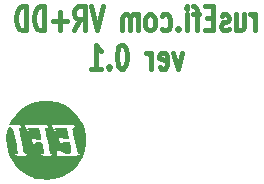
<source format=gbo>
G04 (created by PCBNEW (2013-07-07 BZR 4022)-stable) date 03/12/2013 21:27:05*
%MOIN*%
G04 Gerber Fmt 3.4, Leading zero omitted, Abs format*
%FSLAX34Y34*%
G01*
G70*
G90*
G04 APERTURE LIST*
%ADD10C,0.00590551*%
%ADD11C,0.015*%
%ADD12C,0.0001*%
G04 APERTURE END LIST*
G54D10*
G54D11*
X93471Y-22823D02*
X93471Y-22290D01*
X93471Y-22442D02*
X93442Y-22366D01*
X93414Y-22328D01*
X93357Y-22290D01*
X93299Y-22290D01*
X92842Y-22290D02*
X92842Y-22823D01*
X93099Y-22290D02*
X93099Y-22709D01*
X93071Y-22785D01*
X93014Y-22823D01*
X92928Y-22823D01*
X92871Y-22785D01*
X92842Y-22747D01*
X92585Y-22785D02*
X92528Y-22823D01*
X92414Y-22823D01*
X92357Y-22785D01*
X92328Y-22709D01*
X92328Y-22671D01*
X92357Y-22595D01*
X92414Y-22557D01*
X92499Y-22557D01*
X92557Y-22519D01*
X92585Y-22442D01*
X92585Y-22404D01*
X92557Y-22328D01*
X92499Y-22290D01*
X92414Y-22290D01*
X92357Y-22328D01*
X92071Y-22404D02*
X91871Y-22404D01*
X91785Y-22823D02*
X92071Y-22823D01*
X92071Y-22023D01*
X91785Y-22023D01*
X91614Y-22290D02*
X91385Y-22290D01*
X91528Y-22823D02*
X91528Y-22138D01*
X91499Y-22061D01*
X91442Y-22023D01*
X91385Y-22023D01*
X91185Y-22823D02*
X91185Y-22290D01*
X91185Y-22023D02*
X91214Y-22061D01*
X91185Y-22100D01*
X91157Y-22061D01*
X91185Y-22023D01*
X91185Y-22100D01*
X90900Y-22747D02*
X90871Y-22785D01*
X90900Y-22823D01*
X90928Y-22785D01*
X90900Y-22747D01*
X90900Y-22823D01*
X90357Y-22785D02*
X90414Y-22823D01*
X90528Y-22823D01*
X90585Y-22785D01*
X90614Y-22747D01*
X90642Y-22671D01*
X90642Y-22442D01*
X90614Y-22366D01*
X90585Y-22328D01*
X90528Y-22290D01*
X90414Y-22290D01*
X90357Y-22328D01*
X90014Y-22823D02*
X90071Y-22785D01*
X90100Y-22747D01*
X90128Y-22671D01*
X90128Y-22442D01*
X90100Y-22366D01*
X90071Y-22328D01*
X90014Y-22290D01*
X89928Y-22290D01*
X89871Y-22328D01*
X89842Y-22366D01*
X89814Y-22442D01*
X89814Y-22671D01*
X89842Y-22747D01*
X89871Y-22785D01*
X89928Y-22823D01*
X90014Y-22823D01*
X89557Y-22823D02*
X89557Y-22290D01*
X89557Y-22366D02*
X89528Y-22328D01*
X89471Y-22290D01*
X89385Y-22290D01*
X89328Y-22328D01*
X89300Y-22404D01*
X89300Y-22823D01*
X89300Y-22404D02*
X89271Y-22328D01*
X89214Y-22290D01*
X89128Y-22290D01*
X89071Y-22328D01*
X89042Y-22404D01*
X89042Y-22823D01*
X88385Y-22023D02*
X88185Y-22823D01*
X87985Y-22023D01*
X87442Y-22823D02*
X87642Y-22442D01*
X87785Y-22823D02*
X87785Y-22023D01*
X87557Y-22023D01*
X87500Y-22061D01*
X87471Y-22100D01*
X87442Y-22176D01*
X87442Y-22290D01*
X87471Y-22366D01*
X87500Y-22404D01*
X87557Y-22442D01*
X87785Y-22442D01*
X87185Y-22519D02*
X86728Y-22519D01*
X86957Y-22823D02*
X86957Y-22214D01*
X86442Y-22823D02*
X86442Y-22023D01*
X86300Y-22023D01*
X86214Y-22061D01*
X86157Y-22138D01*
X86128Y-22214D01*
X86100Y-22366D01*
X86100Y-22480D01*
X86128Y-22633D01*
X86157Y-22709D01*
X86214Y-22785D01*
X86300Y-22823D01*
X86442Y-22823D01*
X85842Y-22823D02*
X85842Y-22023D01*
X85700Y-22023D01*
X85614Y-22061D01*
X85557Y-22138D01*
X85528Y-22214D01*
X85500Y-22366D01*
X85500Y-22480D01*
X85528Y-22633D01*
X85557Y-22709D01*
X85614Y-22785D01*
X85700Y-22823D01*
X85842Y-22823D01*
X91028Y-23560D02*
X90885Y-24093D01*
X90742Y-23560D01*
X90285Y-24055D02*
X90342Y-24093D01*
X90457Y-24093D01*
X90514Y-24055D01*
X90542Y-23979D01*
X90542Y-23674D01*
X90514Y-23598D01*
X90457Y-23560D01*
X90342Y-23560D01*
X90285Y-23598D01*
X90257Y-23674D01*
X90257Y-23750D01*
X90542Y-23827D01*
X90000Y-24093D02*
X90000Y-23560D01*
X90000Y-23712D02*
X89971Y-23636D01*
X89942Y-23598D01*
X89885Y-23560D01*
X89828Y-23560D01*
X89057Y-23293D02*
X88999Y-23293D01*
X88942Y-23331D01*
X88914Y-23370D01*
X88885Y-23446D01*
X88857Y-23598D01*
X88857Y-23789D01*
X88885Y-23941D01*
X88914Y-24017D01*
X88942Y-24055D01*
X88999Y-24093D01*
X89057Y-24093D01*
X89114Y-24055D01*
X89142Y-24017D01*
X89171Y-23941D01*
X89199Y-23789D01*
X89199Y-23598D01*
X89171Y-23446D01*
X89142Y-23370D01*
X89114Y-23331D01*
X89057Y-23293D01*
X88599Y-24017D02*
X88571Y-24055D01*
X88599Y-24093D01*
X88628Y-24055D01*
X88599Y-24017D01*
X88599Y-24093D01*
X87999Y-24093D02*
X88342Y-24093D01*
X88171Y-24093D02*
X88171Y-23293D01*
X88228Y-23408D01*
X88285Y-23484D01*
X88342Y-23522D01*
G54D12*
G36*
X87817Y-26483D02*
X87815Y-26650D01*
X87809Y-26769D01*
X87794Y-26858D01*
X87769Y-26935D01*
X87729Y-27020D01*
X87724Y-27030D01*
X87650Y-27146D01*
X87650Y-26967D01*
X87601Y-26935D01*
X87586Y-26933D01*
X87558Y-26900D01*
X87524Y-26802D01*
X87485Y-26638D01*
X87469Y-26558D01*
X87438Y-26403D01*
X87411Y-26268D01*
X87390Y-26169D01*
X87379Y-26125D01*
X87385Y-26076D01*
X87414Y-26067D01*
X87460Y-26041D01*
X87467Y-26017D01*
X87456Y-25994D01*
X87418Y-25980D01*
X87342Y-25971D01*
X87218Y-25967D01*
X87089Y-25967D01*
X86711Y-25967D01*
X86726Y-26067D01*
X86749Y-26137D01*
X86785Y-26166D01*
X86786Y-26167D01*
X86816Y-26143D01*
X86812Y-26116D01*
X86812Y-26088D01*
X86850Y-26073D01*
X86936Y-26067D01*
X86991Y-26067D01*
X87189Y-26067D01*
X87222Y-26250D01*
X87255Y-26433D01*
X87127Y-26433D01*
X87046Y-26425D01*
X87002Y-26406D01*
X87000Y-26400D01*
X86973Y-26370D01*
X86954Y-26367D01*
X86925Y-26385D01*
X86926Y-26450D01*
X86930Y-26472D01*
X86955Y-26540D01*
X86989Y-26588D01*
X87020Y-26602D01*
X87033Y-26570D01*
X87033Y-26569D01*
X87063Y-26546D01*
X87136Y-26534D01*
X87164Y-26533D01*
X87295Y-26533D01*
X87318Y-26718D01*
X87328Y-26822D01*
X87328Y-26898D01*
X87323Y-26921D01*
X87275Y-26933D01*
X87193Y-26927D01*
X87099Y-26909D01*
X87017Y-26884D01*
X86970Y-26856D01*
X86967Y-26847D01*
X86940Y-26805D01*
X86917Y-26800D01*
X86877Y-26830D01*
X86867Y-26900D01*
X86867Y-27000D01*
X87268Y-27000D01*
X87453Y-26997D01*
X87579Y-26990D01*
X87643Y-26977D01*
X87650Y-26967D01*
X87650Y-27146D01*
X87554Y-27298D01*
X87349Y-27510D01*
X87110Y-27665D01*
X86902Y-27746D01*
X86733Y-27779D01*
X86733Y-26967D01*
X86706Y-26937D01*
X86683Y-26933D01*
X86639Y-26927D01*
X86633Y-26921D01*
X86627Y-26886D01*
X86610Y-26798D01*
X86584Y-26670D01*
X86553Y-26516D01*
X86550Y-26500D01*
X86514Y-26323D01*
X86489Y-26202D01*
X86476Y-26126D01*
X86473Y-26085D01*
X86479Y-26068D01*
X86494Y-26065D01*
X86517Y-26067D01*
X86561Y-26040D01*
X86567Y-26017D01*
X86556Y-25994D01*
X86518Y-25980D01*
X86442Y-25971D01*
X86318Y-25967D01*
X86189Y-25967D01*
X85811Y-25967D01*
X85826Y-26067D01*
X85849Y-26137D01*
X85885Y-26166D01*
X85886Y-26167D01*
X85916Y-26143D01*
X85912Y-26117D01*
X85913Y-26087D01*
X85951Y-26072D01*
X86040Y-26067D01*
X86078Y-26067D01*
X86182Y-26071D01*
X86256Y-26083D01*
X86279Y-26093D01*
X86293Y-26140D01*
X86309Y-26228D01*
X86319Y-26293D01*
X86342Y-26467D01*
X86227Y-26467D01*
X86138Y-26456D01*
X86076Y-26429D01*
X86074Y-26427D01*
X86030Y-26400D01*
X86015Y-26433D01*
X86023Y-26508D01*
X86050Y-26567D01*
X86089Y-26600D01*
X86123Y-26598D01*
X86133Y-26567D01*
X86161Y-26542D01*
X86226Y-26533D01*
X86301Y-26540D01*
X86361Y-26561D01*
X86377Y-26579D01*
X86392Y-26638D01*
X86410Y-26734D01*
X86418Y-26779D01*
X86428Y-26874D01*
X86421Y-26920D01*
X86391Y-26933D01*
X86387Y-26933D01*
X86340Y-26950D01*
X86333Y-26967D01*
X86364Y-26984D01*
X86443Y-26996D01*
X86533Y-27000D01*
X86640Y-26995D01*
X86712Y-26982D01*
X86733Y-26967D01*
X86733Y-27779D01*
X86725Y-27781D01*
X86520Y-27795D01*
X86315Y-27788D01*
X86139Y-27760D01*
X86109Y-27751D01*
X85874Y-27647D01*
X85652Y-27493D01*
X85462Y-27302D01*
X85319Y-27089D01*
X85307Y-27064D01*
X85231Y-26858D01*
X85185Y-26627D01*
X85175Y-26405D01*
X85180Y-26344D01*
X85201Y-26210D01*
X85228Y-26102D01*
X85257Y-26032D01*
X85285Y-26013D01*
X85293Y-26021D01*
X85344Y-26063D01*
X85364Y-26072D01*
X85394Y-26113D01*
X85430Y-26219D01*
X85470Y-26385D01*
X85487Y-26468D01*
X85523Y-26651D01*
X85546Y-26778D01*
X85558Y-26860D01*
X85559Y-26906D01*
X85549Y-26927D01*
X85530Y-26933D01*
X85517Y-26933D01*
X85472Y-26951D01*
X85467Y-26967D01*
X85497Y-26984D01*
X85576Y-26996D01*
X85667Y-27000D01*
X85780Y-26994D01*
X85850Y-26978D01*
X85869Y-26956D01*
X85830Y-26932D01*
X85806Y-26925D01*
X85775Y-26903D01*
X85748Y-26849D01*
X85721Y-26751D01*
X85691Y-26599D01*
X85688Y-26580D01*
X85661Y-26428D01*
X85636Y-26293D01*
X85617Y-26192D01*
X85611Y-26158D01*
X85606Y-26090D01*
X85637Y-26067D01*
X85645Y-26066D01*
X85682Y-26046D01*
X85679Y-26016D01*
X85645Y-25986D01*
X85568Y-25970D01*
X85460Y-25966D01*
X85261Y-25967D01*
X85336Y-25842D01*
X85485Y-25641D01*
X85676Y-25458D01*
X85887Y-25314D01*
X85933Y-25290D01*
X86033Y-25242D01*
X86116Y-25212D01*
X86202Y-25194D01*
X86309Y-25186D01*
X86458Y-25184D01*
X86516Y-25184D01*
X86683Y-25186D01*
X86803Y-25192D01*
X86894Y-25207D01*
X86975Y-25234D01*
X87066Y-25275D01*
X87081Y-25282D01*
X87291Y-25415D01*
X87486Y-25593D01*
X87648Y-25796D01*
X87721Y-25922D01*
X87764Y-26015D01*
X87792Y-26096D01*
X87807Y-26185D01*
X87815Y-26301D01*
X87816Y-26463D01*
X87817Y-26483D01*
X87817Y-26483D01*
X87817Y-26483D01*
G37*
M02*

</source>
